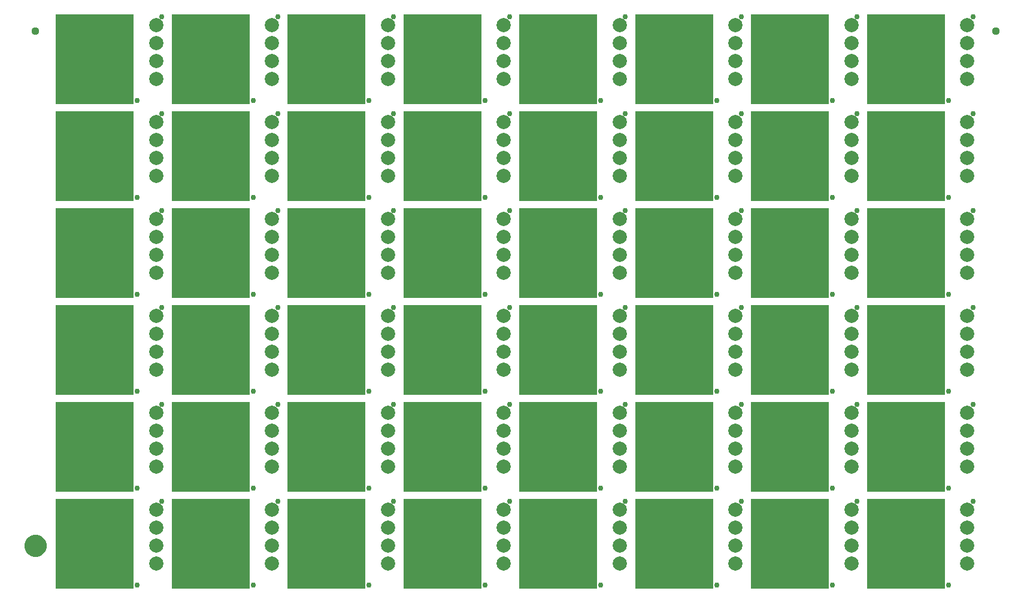
<source format=gbs>
G04 EAGLE Gerber RS-274X export*
G75*
%MOMM*%
%FSLAX34Y34*%
%LPD*%
%INSoldermask Bottom*%
%IPPOS*%
%AMOC8*
5,1,8,0,0,1.08239X$1,22.5*%
G01*
%ADD10R,11.049000X12.700000*%
%ADD11C,0.762000*%
%ADD12C,2.006600*%
%ADD13C,1.127000*%
%ADD14C,1.270000*%
%ADD15C,1.627000*%


D10*
X57785Y66040D03*
X221615Y66040D03*
X385445Y66040D03*
X549275Y66040D03*
X713105Y66040D03*
X876935Y66040D03*
X1040765Y66040D03*
X1204595Y66040D03*
X57785Y203200D03*
X221615Y203200D03*
X385445Y203200D03*
X549275Y203200D03*
X713105Y203200D03*
X876935Y203200D03*
X1040765Y203200D03*
X1204595Y203200D03*
X57785Y340360D03*
X221615Y340360D03*
X385445Y340360D03*
X549275Y340360D03*
X713105Y340360D03*
X876935Y340360D03*
X1040765Y340360D03*
X1204595Y340360D03*
X57785Y477520D03*
X221615Y477520D03*
X385445Y477520D03*
X549275Y477520D03*
X713105Y477520D03*
X876935Y477520D03*
X1040765Y477520D03*
X1204595Y477520D03*
X57785Y614680D03*
X221615Y614680D03*
X385445Y614680D03*
X549275Y614680D03*
X713105Y614680D03*
X876935Y614680D03*
X1040765Y614680D03*
X1204595Y614680D03*
X57785Y751840D03*
X221615Y751840D03*
X385445Y751840D03*
X549275Y751840D03*
X713105Y751840D03*
X876935Y751840D03*
X1040765Y751840D03*
X1204595Y751840D03*
D11*
X152654Y125984D03*
X118008Y7544D03*
D12*
X144780Y114300D03*
X144780Y88900D03*
X144780Y63500D03*
X144780Y38100D03*
D11*
X316484Y125984D03*
X281838Y7544D03*
D12*
X308610Y114300D03*
X308610Y88900D03*
X308610Y63500D03*
X308610Y38100D03*
D11*
X480314Y125984D03*
X445668Y7544D03*
D12*
X472440Y114300D03*
X472440Y88900D03*
X472440Y63500D03*
X472440Y38100D03*
D11*
X644144Y125984D03*
X609498Y7544D03*
D12*
X636270Y114300D03*
X636270Y88900D03*
X636270Y63500D03*
X636270Y38100D03*
D11*
X807974Y125984D03*
X773328Y7544D03*
D12*
X800100Y114300D03*
X800100Y88900D03*
X800100Y63500D03*
X800100Y38100D03*
D11*
X971804Y125984D03*
X937158Y7544D03*
D12*
X963930Y114300D03*
X963930Y88900D03*
X963930Y63500D03*
X963930Y38100D03*
D11*
X1135634Y125984D03*
X1100988Y7544D03*
D12*
X1127760Y114300D03*
X1127760Y88900D03*
X1127760Y63500D03*
X1127760Y38100D03*
D11*
X1299464Y125984D03*
X1264818Y7544D03*
D12*
X1291590Y114300D03*
X1291590Y88900D03*
X1291590Y63500D03*
X1291590Y38100D03*
D11*
X152654Y263144D03*
X118008Y144704D03*
D12*
X144780Y251460D03*
X144780Y226060D03*
X144780Y200660D03*
X144780Y175260D03*
D11*
X316484Y263144D03*
X281838Y144704D03*
D12*
X308610Y251460D03*
X308610Y226060D03*
X308610Y200660D03*
X308610Y175260D03*
D11*
X480314Y263144D03*
X445668Y144704D03*
D12*
X472440Y251460D03*
X472440Y226060D03*
X472440Y200660D03*
X472440Y175260D03*
D11*
X644144Y263144D03*
X609498Y144704D03*
D12*
X636270Y251460D03*
X636270Y226060D03*
X636270Y200660D03*
X636270Y175260D03*
D11*
X807974Y263144D03*
X773328Y144704D03*
D12*
X800100Y251460D03*
X800100Y226060D03*
X800100Y200660D03*
X800100Y175260D03*
D11*
X971804Y263144D03*
X937158Y144704D03*
D12*
X963930Y251460D03*
X963930Y226060D03*
X963930Y200660D03*
X963930Y175260D03*
D11*
X1135634Y263144D03*
X1100988Y144704D03*
D12*
X1127760Y251460D03*
X1127760Y226060D03*
X1127760Y200660D03*
X1127760Y175260D03*
D11*
X1299464Y263144D03*
X1264818Y144704D03*
D12*
X1291590Y251460D03*
X1291590Y226060D03*
X1291590Y200660D03*
X1291590Y175260D03*
D11*
X152654Y400304D03*
X118008Y281864D03*
D12*
X144780Y388620D03*
X144780Y363220D03*
X144780Y337820D03*
X144780Y312420D03*
D11*
X316484Y400304D03*
X281838Y281864D03*
D12*
X308610Y388620D03*
X308610Y363220D03*
X308610Y337820D03*
X308610Y312420D03*
D11*
X480314Y400304D03*
X445668Y281864D03*
D12*
X472440Y388620D03*
X472440Y363220D03*
X472440Y337820D03*
X472440Y312420D03*
D11*
X644144Y400304D03*
X609498Y281864D03*
D12*
X636270Y388620D03*
X636270Y363220D03*
X636270Y337820D03*
X636270Y312420D03*
D11*
X807974Y400304D03*
X773328Y281864D03*
D12*
X800100Y388620D03*
X800100Y363220D03*
X800100Y337820D03*
X800100Y312420D03*
D11*
X971804Y400304D03*
X937158Y281864D03*
D12*
X963930Y388620D03*
X963930Y363220D03*
X963930Y337820D03*
X963930Y312420D03*
D11*
X1135634Y400304D03*
X1100988Y281864D03*
D12*
X1127760Y388620D03*
X1127760Y363220D03*
X1127760Y337820D03*
X1127760Y312420D03*
D11*
X1299464Y400304D03*
X1264818Y281864D03*
D12*
X1291590Y388620D03*
X1291590Y363220D03*
X1291590Y337820D03*
X1291590Y312420D03*
D11*
X152654Y537464D03*
X118008Y419024D03*
D12*
X144780Y525780D03*
X144780Y500380D03*
X144780Y474980D03*
X144780Y449580D03*
D11*
X316484Y537464D03*
X281838Y419024D03*
D12*
X308610Y525780D03*
X308610Y500380D03*
X308610Y474980D03*
X308610Y449580D03*
D11*
X480314Y537464D03*
X445668Y419024D03*
D12*
X472440Y525780D03*
X472440Y500380D03*
X472440Y474980D03*
X472440Y449580D03*
D11*
X644144Y537464D03*
X609498Y419024D03*
D12*
X636270Y525780D03*
X636270Y500380D03*
X636270Y474980D03*
X636270Y449580D03*
D11*
X807974Y537464D03*
X773328Y419024D03*
D12*
X800100Y525780D03*
X800100Y500380D03*
X800100Y474980D03*
X800100Y449580D03*
D11*
X971804Y537464D03*
X937158Y419024D03*
D12*
X963930Y525780D03*
X963930Y500380D03*
X963930Y474980D03*
X963930Y449580D03*
D11*
X1135634Y537464D03*
X1100988Y419024D03*
D12*
X1127760Y525780D03*
X1127760Y500380D03*
X1127760Y474980D03*
X1127760Y449580D03*
D11*
X1299464Y537464D03*
X1264818Y419024D03*
D12*
X1291590Y525780D03*
X1291590Y500380D03*
X1291590Y474980D03*
X1291590Y449580D03*
D11*
X152654Y674624D03*
X118008Y556184D03*
D12*
X144780Y662940D03*
X144780Y637540D03*
X144780Y612140D03*
X144780Y586740D03*
D11*
X316484Y674624D03*
X281838Y556184D03*
D12*
X308610Y662940D03*
X308610Y637540D03*
X308610Y612140D03*
X308610Y586740D03*
D11*
X480314Y674624D03*
X445668Y556184D03*
D12*
X472440Y662940D03*
X472440Y637540D03*
X472440Y612140D03*
X472440Y586740D03*
D11*
X644144Y674624D03*
X609498Y556184D03*
D12*
X636270Y662940D03*
X636270Y637540D03*
X636270Y612140D03*
X636270Y586740D03*
D11*
X807974Y674624D03*
X773328Y556184D03*
D12*
X800100Y662940D03*
X800100Y637540D03*
X800100Y612140D03*
X800100Y586740D03*
D11*
X971804Y674624D03*
X937158Y556184D03*
D12*
X963930Y662940D03*
X963930Y637540D03*
X963930Y612140D03*
X963930Y586740D03*
D11*
X1135634Y674624D03*
X1100988Y556184D03*
D12*
X1127760Y662940D03*
X1127760Y637540D03*
X1127760Y612140D03*
X1127760Y586740D03*
D11*
X1299464Y674624D03*
X1264818Y556184D03*
D12*
X1291590Y662940D03*
X1291590Y637540D03*
X1291590Y612140D03*
X1291590Y586740D03*
D11*
X152654Y811784D03*
X118008Y693344D03*
D12*
X144780Y800100D03*
X144780Y774700D03*
X144780Y749300D03*
X144780Y723900D03*
D11*
X316484Y811784D03*
X281838Y693344D03*
D12*
X308610Y800100D03*
X308610Y774700D03*
X308610Y749300D03*
X308610Y723900D03*
D11*
X480314Y811784D03*
X445668Y693344D03*
D12*
X472440Y800100D03*
X472440Y774700D03*
X472440Y749300D03*
X472440Y723900D03*
D11*
X644144Y811784D03*
X609498Y693344D03*
D12*
X636270Y800100D03*
X636270Y774700D03*
X636270Y749300D03*
X636270Y723900D03*
D11*
X807974Y811784D03*
X773328Y693344D03*
D12*
X800100Y800100D03*
X800100Y774700D03*
X800100Y749300D03*
X800100Y723900D03*
D11*
X971804Y811784D03*
X937158Y693344D03*
D12*
X963930Y800100D03*
X963930Y774700D03*
X963930Y749300D03*
X963930Y723900D03*
D11*
X1135634Y811784D03*
X1100988Y693344D03*
D12*
X1127760Y800100D03*
X1127760Y774700D03*
X1127760Y749300D03*
X1127760Y723900D03*
D11*
X1299464Y811784D03*
X1264818Y693344D03*
D12*
X1291590Y800100D03*
X1291590Y774700D03*
X1291590Y749300D03*
X1291590Y723900D03*
D13*
X-26238Y791210D03*
X1331798Y791210D03*
D14*
X-35293Y63500D02*
X-35290Y63722D01*
X-35282Y63944D01*
X-35268Y64166D01*
X-35249Y64388D01*
X-35225Y64608D01*
X-35195Y64829D01*
X-35160Y65048D01*
X-35119Y65267D01*
X-35073Y65484D01*
X-35022Y65700D01*
X-34965Y65915D01*
X-34903Y66129D01*
X-34836Y66340D01*
X-34764Y66551D01*
X-34686Y66759D01*
X-34604Y66965D01*
X-34516Y67169D01*
X-34424Y67372D01*
X-34326Y67571D01*
X-34224Y67768D01*
X-34117Y67963D01*
X-34005Y68155D01*
X-33888Y68344D01*
X-33767Y68531D01*
X-33641Y68714D01*
X-33511Y68894D01*
X-33376Y69071D01*
X-33238Y69244D01*
X-33095Y69414D01*
X-32947Y69581D01*
X-32796Y69744D01*
X-32641Y69903D01*
X-32482Y70058D01*
X-32319Y70209D01*
X-32152Y70357D01*
X-31982Y70500D01*
X-31809Y70638D01*
X-31632Y70773D01*
X-31452Y70903D01*
X-31269Y71029D01*
X-31082Y71150D01*
X-30893Y71267D01*
X-30701Y71379D01*
X-30506Y71486D01*
X-30309Y71588D01*
X-30110Y71686D01*
X-29907Y71778D01*
X-29703Y71866D01*
X-29497Y71948D01*
X-29289Y72026D01*
X-29078Y72098D01*
X-28867Y72165D01*
X-28653Y72227D01*
X-28438Y72284D01*
X-28222Y72335D01*
X-28005Y72381D01*
X-27786Y72422D01*
X-27567Y72457D01*
X-27346Y72487D01*
X-27126Y72511D01*
X-26904Y72530D01*
X-26682Y72544D01*
X-26460Y72552D01*
X-26238Y72555D01*
X-26016Y72552D01*
X-25794Y72544D01*
X-25572Y72530D01*
X-25350Y72511D01*
X-25130Y72487D01*
X-24909Y72457D01*
X-24690Y72422D01*
X-24471Y72381D01*
X-24254Y72335D01*
X-24038Y72284D01*
X-23823Y72227D01*
X-23609Y72165D01*
X-23398Y72098D01*
X-23187Y72026D01*
X-22979Y71948D01*
X-22773Y71866D01*
X-22569Y71778D01*
X-22366Y71686D01*
X-22167Y71588D01*
X-21970Y71486D01*
X-21775Y71379D01*
X-21583Y71267D01*
X-21394Y71150D01*
X-21207Y71029D01*
X-21024Y70903D01*
X-20844Y70773D01*
X-20667Y70638D01*
X-20494Y70500D01*
X-20324Y70357D01*
X-20157Y70209D01*
X-19994Y70058D01*
X-19835Y69903D01*
X-19680Y69744D01*
X-19529Y69581D01*
X-19381Y69414D01*
X-19238Y69244D01*
X-19100Y69071D01*
X-18965Y68894D01*
X-18835Y68714D01*
X-18709Y68531D01*
X-18588Y68344D01*
X-18471Y68155D01*
X-18359Y67963D01*
X-18252Y67768D01*
X-18150Y67571D01*
X-18052Y67372D01*
X-17960Y67169D01*
X-17872Y66965D01*
X-17790Y66759D01*
X-17712Y66551D01*
X-17640Y66340D01*
X-17573Y66129D01*
X-17511Y65915D01*
X-17454Y65700D01*
X-17403Y65484D01*
X-17357Y65267D01*
X-17316Y65048D01*
X-17281Y64829D01*
X-17251Y64608D01*
X-17227Y64388D01*
X-17208Y64166D01*
X-17194Y63944D01*
X-17186Y63722D01*
X-17183Y63500D01*
X-17186Y63278D01*
X-17194Y63056D01*
X-17208Y62834D01*
X-17227Y62612D01*
X-17251Y62392D01*
X-17281Y62171D01*
X-17316Y61952D01*
X-17357Y61733D01*
X-17403Y61516D01*
X-17454Y61300D01*
X-17511Y61085D01*
X-17573Y60871D01*
X-17640Y60660D01*
X-17712Y60449D01*
X-17790Y60241D01*
X-17872Y60035D01*
X-17960Y59831D01*
X-18052Y59628D01*
X-18150Y59429D01*
X-18252Y59232D01*
X-18359Y59037D01*
X-18471Y58845D01*
X-18588Y58656D01*
X-18709Y58469D01*
X-18835Y58286D01*
X-18965Y58106D01*
X-19100Y57929D01*
X-19238Y57756D01*
X-19381Y57586D01*
X-19529Y57419D01*
X-19680Y57256D01*
X-19835Y57097D01*
X-19994Y56942D01*
X-20157Y56791D01*
X-20324Y56643D01*
X-20494Y56500D01*
X-20667Y56362D01*
X-20844Y56227D01*
X-21024Y56097D01*
X-21207Y55971D01*
X-21394Y55850D01*
X-21583Y55733D01*
X-21775Y55621D01*
X-21970Y55514D01*
X-22167Y55412D01*
X-22366Y55314D01*
X-22569Y55222D01*
X-22773Y55134D01*
X-22979Y55052D01*
X-23187Y54974D01*
X-23398Y54902D01*
X-23609Y54835D01*
X-23823Y54773D01*
X-24038Y54716D01*
X-24254Y54665D01*
X-24471Y54619D01*
X-24690Y54578D01*
X-24909Y54543D01*
X-25130Y54513D01*
X-25350Y54489D01*
X-25572Y54470D01*
X-25794Y54456D01*
X-26016Y54448D01*
X-26238Y54445D01*
X-26460Y54448D01*
X-26682Y54456D01*
X-26904Y54470D01*
X-27126Y54489D01*
X-27346Y54513D01*
X-27567Y54543D01*
X-27786Y54578D01*
X-28005Y54619D01*
X-28222Y54665D01*
X-28438Y54716D01*
X-28653Y54773D01*
X-28867Y54835D01*
X-29078Y54902D01*
X-29289Y54974D01*
X-29497Y55052D01*
X-29703Y55134D01*
X-29907Y55222D01*
X-30110Y55314D01*
X-30309Y55412D01*
X-30506Y55514D01*
X-30701Y55621D01*
X-30893Y55733D01*
X-31082Y55850D01*
X-31269Y55971D01*
X-31452Y56097D01*
X-31632Y56227D01*
X-31809Y56362D01*
X-31982Y56500D01*
X-32152Y56643D01*
X-32319Y56791D01*
X-32482Y56942D01*
X-32641Y57097D01*
X-32796Y57256D01*
X-32947Y57419D01*
X-33095Y57586D01*
X-33238Y57756D01*
X-33376Y57929D01*
X-33511Y58106D01*
X-33641Y58286D01*
X-33767Y58469D01*
X-33888Y58656D01*
X-34005Y58845D01*
X-34117Y59037D01*
X-34224Y59232D01*
X-34326Y59429D01*
X-34424Y59628D01*
X-34516Y59831D01*
X-34604Y60035D01*
X-34686Y60241D01*
X-34764Y60449D01*
X-34836Y60660D01*
X-34903Y60871D01*
X-34965Y61085D01*
X-35022Y61300D01*
X-35073Y61516D01*
X-35119Y61733D01*
X-35160Y61952D01*
X-35195Y62171D01*
X-35225Y62392D01*
X-35249Y62612D01*
X-35268Y62834D01*
X-35282Y63056D01*
X-35290Y63278D01*
X-35293Y63500D01*
D15*
X-26238Y63500D03*
M02*

</source>
